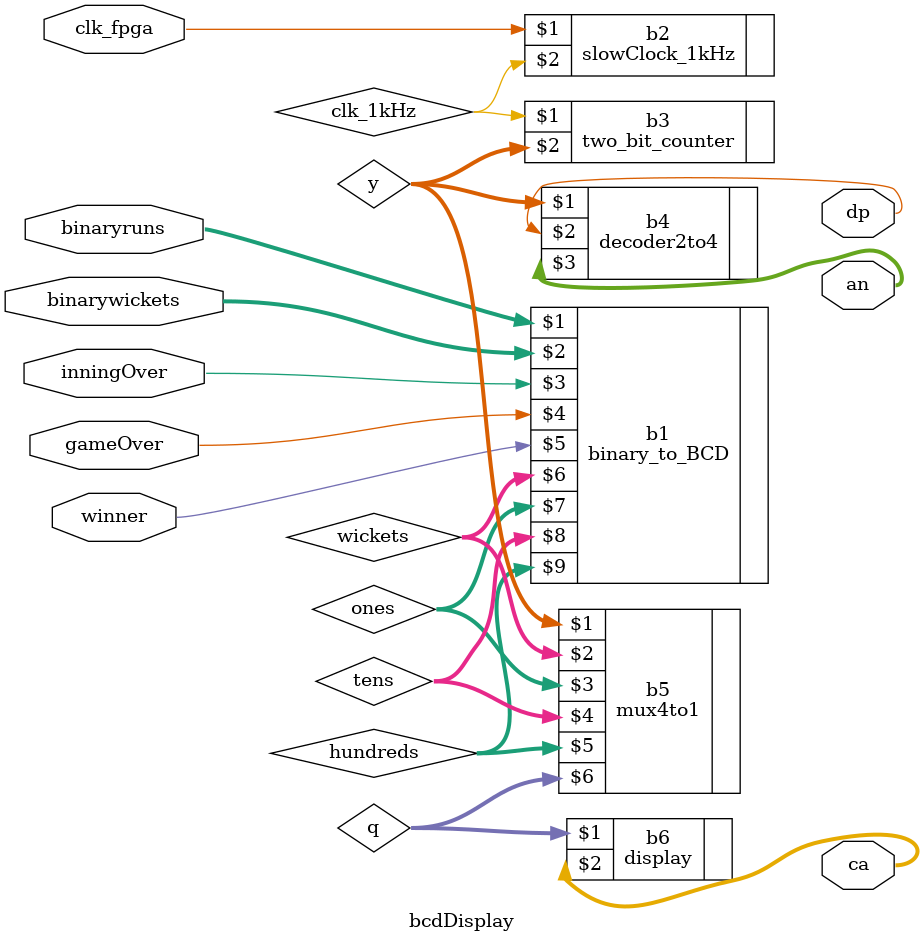
<source format=v>
`timescale 1ns / 1ps




module bcdDisplay(
    input clk_fpga,                // master clock 100MHz
    input [7:0] binaryruns,        // runs from cricket game
    input [3:0] binarywickets,     // wickets from cricket game
    input inningOver,             // show 10 on the display
    input gameOver,               // signals the end of the game
    input winner,                 // locked in winner of the game
    output [3:0] an,              // drives the anodes
    output dp,                    // decimal point on display
    output [6:0] ca              // drives the seven-segment cathodes
);

wire clk_1kHz;                     // 1kHz clock signal from slowClock_1kHz module
wire [3:0] q;               // output of mux to display a specific seven segment parameter
wire [1:0] y;           // output of the 2-bit counter to the mux and decoder
wire [3:0] wickets, ones, tens, hundreds; // BCD output from converter to mux

// Binary to BCD converter
binary_to_BCD b1(
    binaryruns, binarywickets, inningOver, gameOver, winner, 
    wickets, ones, tens, hundreds
);

// Generate a 1kHz clock from the 100MHz master clock
slowClock_1kHz b2(clk_fpga, clk_1kHz);

// 2-bit counter at 1kHz for refreshing anodes
two_bit_counter b3(clk_1kHz,y);

// Turn on one anode and turn off the other three on each 1kHz tick of the 2-bit counter
decoder2to4 b4(y, dp, an);

// Select a BCD digit to display on the anode that is turned on
mux4to1 b5(y, wickets, ones, tens, hundreds, q);

// Display the digit selected by the mux using an equivalent 7-bit constant
display b6(q, ca);

endmodule

</source>
